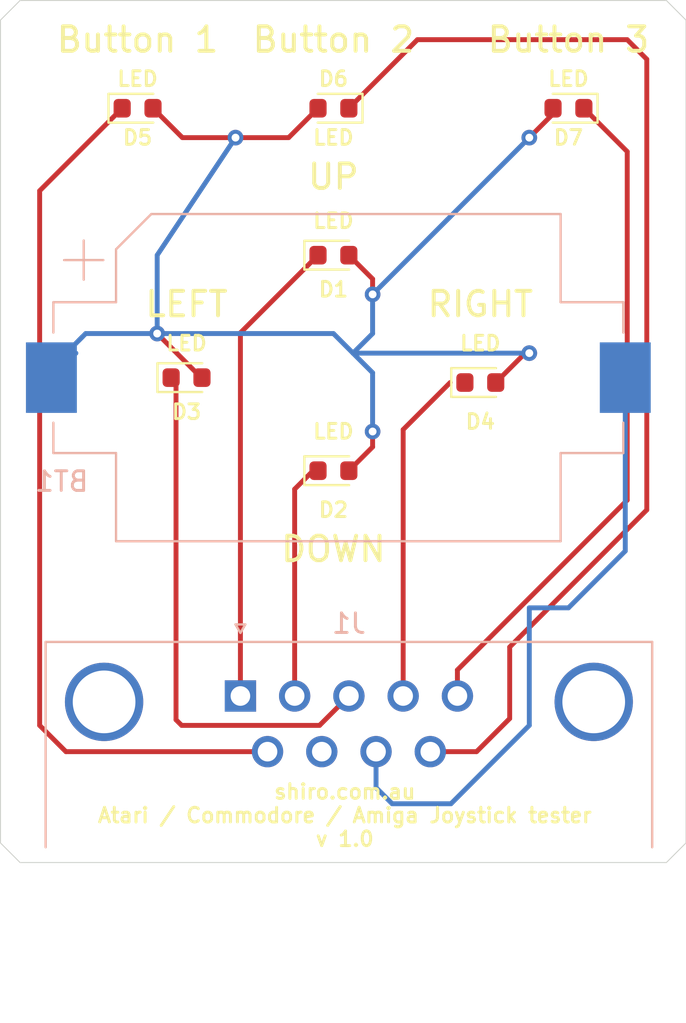
<source format=kicad_pcb>
(kicad_pcb (version 20171130) (host pcbnew "(5.1.4-0)")

  (general
    (thickness 1.6)
    (drawings 16)
    (tracks 71)
    (zones 0)
    (modules 9)
    (nets 11)
  )

  (page A4)
  (title_block
    (date 2019-12-02)
    (rev 0.1)
    (company "Shiro Cyber")
  )

  (layers
    (0 F.Cu signal)
    (31 B.Cu signal)
    (32 B.Adhes user)
    (33 F.Adhes user)
    (34 B.Paste user)
    (35 F.Paste user)
    (36 B.SilkS user)
    (37 F.SilkS user)
    (38 B.Mask user)
    (39 F.Mask user)
    (40 Dwgs.User user)
    (41 Cmts.User user)
    (42 Eco1.User user)
    (43 Eco2.User user)
    (44 Edge.Cuts user)
    (45 Margin user)
    (46 B.CrtYd user)
    (47 F.CrtYd user)
    (48 B.Fab user)
    (49 F.Fab user)
  )

  (setup
    (last_trace_width 0.25)
    (trace_clearance 0.2)
    (zone_clearance 0.508)
    (zone_45_only no)
    (trace_min 0.2)
    (via_size 0.8)
    (via_drill 0.4)
    (via_min_size 0.4)
    (via_min_drill 0.3)
    (uvia_size 0.3)
    (uvia_drill 0.1)
    (uvias_allowed no)
    (uvia_min_size 0.2)
    (uvia_min_drill 0.1)
    (edge_width 0.05)
    (segment_width 0.2)
    (pcb_text_width 0.3)
    (pcb_text_size 1.5 1.5)
    (mod_edge_width 0.12)
    (mod_text_size 1 1)
    (mod_text_width 0.15)
    (pad_size 1.524 1.524)
    (pad_drill 0.762)
    (pad_to_mask_clearance 0.051)
    (solder_mask_min_width 0.25)
    (aux_axis_origin 0 0)
    (visible_elements 7FFFFFFF)
    (pcbplotparams
      (layerselection 0x010fc_ffffffff)
      (usegerberextensions false)
      (usegerberattributes false)
      (usegerberadvancedattributes false)
      (creategerberjobfile false)
      (excludeedgelayer true)
      (linewidth 0.100000)
      (plotframeref false)
      (viasonmask false)
      (mode 1)
      (useauxorigin false)
      (hpglpennumber 1)
      (hpglpenspeed 20)
      (hpglpendiameter 15.000000)
      (psnegative false)
      (psa4output false)
      (plotreference true)
      (plotvalue true)
      (plotinvisibletext false)
      (padsonsilk false)
      (subtractmaskfromsilk false)
      (outputformat 1)
      (mirror false)
      (drillshape 1)
      (scaleselection 1)
      (outputdirectory ""))
  )

  (net 0 "")
  (net 1 VCC+3v)
  (net 2 GND)
  (net 3 Up)
  (net 4 Down)
  (net 5 Left)
  (net 6 Right)
  (net 7 Button1)
  (net 8 Button2)
  (net 9 Button3)
  (net 10 VCC+5v)

  (net_class Default "This is the default net class."
    (clearance 0.2)
    (trace_width 0.25)
    (via_dia 0.8)
    (via_drill 0.4)
    (uvia_dia 0.3)
    (uvia_drill 0.1)
    (add_net Button1)
    (add_net Button2)
    (add_net Button3)
    (add_net Down)
    (add_net GND)
    (add_net Left)
    (add_net Right)
    (add_net Up)
    (add_net VCC+3v)
    (add_net VCC+5v)
  )

  (module Battery:BatteryHolder_Keystone_1060_1x2032 (layer B.Cu) (tedit 5B98EF5E) (tstamp 5DE71B3B)
    (at 145.25 71.25)
    (descr http://www.keyelco.com/product-pdf.cfm?p=726)
    (tags "CR2032 BR2032 BatteryHolder Battery")
    (path /5DE4AF7C)
    (attr smd)
    (fp_text reference BT1 (at -14.125 5.3) (layer B.SilkS)
      (effects (font (size 1 1) (thickness 0.15)) (justify mirror))
    )
    (fp_text value "Battery CR2032" (at 0 11.75) (layer B.Fab)
      (effects (font (size 1 1) (thickness 0.15)) (justify mirror))
    )
    (fp_line (start -12 -6) (end -14 -6) (layer B.SilkS) (width 0.12))
    (fp_line (start -13 -5) (end -13 -7) (layer B.SilkS) (width 0.12))
    (fp_text user %R (at 0 0) (layer B.Fab)
      (effects (font (size 1 1) (thickness 0.15)) (justify mirror))
    )
    (fp_line (start 11.5 8.5) (end 6.5 8.5) (layer B.CrtYd) (width 0.05))
    (fp_arc (start 0 0) (end 6.5 8.5) (angle 74.81070976) (layer B.CrtYd) (width 0.05))
    (fp_line (start 11.5 -4) (end 11.5 -8.5) (layer B.CrtYd) (width 0.05))
    (fp_line (start 14.7 -4) (end 11.5 -4) (layer B.CrtYd) (width 0.05))
    (fp_line (start 14.7 -2.3) (end 14.7 -4) (layer B.CrtYd) (width 0.05))
    (fp_line (start 16.45 -2.3) (end 14.7 -2.3) (layer B.CrtYd) (width 0.05))
    (fp_line (start 16.45 2.3) (end 16.45 -2.3) (layer B.CrtYd) (width 0.05))
    (fp_line (start 14.7 2.3) (end 16.45 2.3) (layer B.CrtYd) (width 0.05))
    (fp_line (start 14.7 4) (end 14.7 2.3) (layer B.CrtYd) (width 0.05))
    (fp_line (start 11.5 4) (end 14.7 4) (layer B.CrtYd) (width 0.05))
    (fp_line (start 11.5 8.5) (end 11.5 4) (layer B.CrtYd) (width 0.05))
    (fp_line (start -11.5 8.5) (end -6.5 8.5) (layer B.CrtYd) (width 0.05))
    (fp_line (start -11.5 4) (end -11.5 8.5) (layer B.CrtYd) (width 0.05))
    (fp_line (start -14.7 4) (end -11.5 4) (layer B.CrtYd) (width 0.05))
    (fp_line (start -14.7 2.3) (end -14.7 4) (layer B.CrtYd) (width 0.05))
    (fp_line (start -14.7 2.3) (end -16.45 2.3) (layer B.CrtYd) (width 0.05))
    (fp_line (start -16.45 -2.3) (end -16.45 2.3) (layer B.CrtYd) (width 0.05))
    (fp_line (start -14.7 -2.3) (end -16.45 -2.3) (layer B.CrtYd) (width 0.05))
    (fp_line (start -14.7 -4) (end -14.7 -2.3) (layer B.CrtYd) (width 0.05))
    (fp_line (start -14.7 -4) (end -11.5 -4) (layer B.CrtYd) (width 0.05))
    (fp_line (start -11.5 -4) (end -11.5 -8.5) (layer B.CrtYd) (width 0.05))
    (fp_line (start -6.5 -8.5) (end -11.5 -8.5) (layer B.CrtYd) (width 0.05))
    (fp_line (start 11.5 -8.5) (end 6.5 -8.5) (layer B.CrtYd) (width 0.05))
    (fp_arc (start 0 0) (end -6.5 -8.5) (angle 74.81070976) (layer B.CrtYd) (width 0.05))
    (fp_line (start 11.35 8.35) (end 11.35 3.85) (layer B.SilkS) (width 0.12))
    (fp_line (start -11.35 8.35) (end -11.35 3.85) (layer B.SilkS) (width 0.12))
    (fp_line (start -11.35 8.35) (end 11.35 8.35) (layer B.SilkS) (width 0.12))
    (fp_line (start 14.55 3.85) (end 14.55 2.3) (layer B.SilkS) (width 0.12))
    (fp_line (start 11.35 3.85) (end 14.55 3.85) (layer B.SilkS) (width 0.12))
    (fp_line (start -14.55 3.85) (end -14.55 2.3) (layer B.SilkS) (width 0.12))
    (fp_line (start -11.35 3.85) (end -14.55 3.85) (layer B.SilkS) (width 0.12))
    (fp_line (start -14.55 -3.85) (end -14.55 -2.3) (layer B.SilkS) (width 0.12))
    (fp_line (start -11.35 -3.85) (end -14.55 -3.85) (layer B.SilkS) (width 0.12))
    (fp_line (start -9.55 -8.35) (end -11.35 -6.55) (layer B.SilkS) (width 0.12))
    (fp_line (start -11.35 -6.55) (end -11.35 -3.85) (layer B.SilkS) (width 0.12))
    (fp_line (start 11.35 -8.35) (end -9.55 -8.35) (layer B.SilkS) (width 0.12))
    (fp_line (start 11.35 -8.35) (end 11.35 -3.85) (layer B.SilkS) (width 0.12))
    (fp_line (start 14.55 -3.85) (end 14.55 -2.3) (layer B.SilkS) (width 0.12))
    (fp_line (start 11.35 -3.85) (end 14.55 -3.85) (layer B.SilkS) (width 0.12))
    (fp_line (start -9.4 -8) (end -11 -6.4) (layer B.Fab) (width 0.1))
    (fp_line (start 14.2 3.5) (end 11 3.5) (layer B.Fab) (width 0.1))
    (fp_line (start 14.2 -3.5) (end 14.2 3.5) (layer B.Fab) (width 0.1))
    (fp_line (start 11 -3.5) (end 14.2 -3.5) (layer B.Fab) (width 0.1))
    (fp_line (start -14.2 3.5) (end -11 3.5) (layer B.Fab) (width 0.1))
    (fp_line (start -14.2 -3.5) (end -14.2 3.5) (layer B.Fab) (width 0.1))
    (fp_line (start -11 -3.5) (end -14.2 -3.5) (layer B.Fab) (width 0.1))
    (fp_line (start -11 -6.4) (end -11 -3.5) (layer B.Fab) (width 0.1))
    (fp_line (start -11 8) (end -11 3.5) (layer B.Fab) (width 0.1))
    (fp_line (start 11 8) (end 11 3.5) (layer B.Fab) (width 0.1))
    (fp_line (start 11 -8) (end 11 -3.5) (layer B.Fab) (width 0.1))
    (fp_line (start 11 8) (end -11 8) (layer B.Fab) (width 0.1))
    (fp_line (start 11 -8) (end -9.4 -8) (layer B.Fab) (width 0.1))
    (fp_circle (center 0 0) (end -10.2 0) (layer Dwgs.User) (width 0.3))
    (pad 1 smd rect (at -14.65 0 180) (size 2.6 3.6) (layers B.Cu B.Paste B.Mask)
      (net 1 VCC+3v))
    (pad 2 smd rect (at 14.65 0 180) (size 2.6 3.6) (layers B.Cu B.Paste B.Mask)
      (net 2 GND))
    (model ${KISYS3DMOD}/Battery.3dshapes/BatteryHolder_Keystone_1060_1x2032.wrl
      (at (xyz 0 0 0))
      (scale (xyz 1 1 1))
      (rotate (xyz 0 0 0))
    )
  )

  (module Connector_Dsub:DSUB-9_Female_Horizontal_P2.77x2.84mm_EdgePinOffset4.94mm_Housed_MountingHolesOffset7.48mm (layer B.Cu) (tedit 59FEDEE2) (tstamp 5DE7306F)
    (at 140.25 87.5 180)
    (descr "9-pin D-Sub connector, horizontal/angled (90 deg), THT-mount, female, pitch 2.77x2.84mm, pin-PCB-offset 4.9399999999999995mm, distance of mounting holes 25mm, distance of mounting holes to PCB edge 7.4799999999999995mm, see https://disti-assets.s3.amazonaws.com/tonar/files/datasheets/16730.pdf")
    (tags "9-pin D-Sub connector horizontal angled 90deg THT female pitch 2.77x2.84mm pin-PCB-offset 4.9399999999999995mm mounting-holes-distance 25mm mounting-hole-offset 25mm")
    (path /5DE47129)
    (fp_text reference J1 (at -5.54 3.7) (layer B.SilkS)
      (effects (font (size 1 1) (thickness 0.15)) (justify mirror))
    )
    (fp_text value DB9_Female (at -5.54 -15.85) (layer B.Fab)
      (effects (font (size 1 1) (thickness 0.15)) (justify mirror))
    )
    (fp_text user %R (at -5.54 -11.265) (layer B.Fab)
      (effects (font (size 1 1) (thickness 0.15)) (justify mirror))
    )
    (fp_line (start 10.4 3.25) (end -21.5 3.25) (layer B.CrtYd) (width 0.05))
    (fp_line (start 10.4 -14.85) (end 10.4 3.25) (layer B.CrtYd) (width 0.05))
    (fp_line (start -21.5 -14.85) (end 10.4 -14.85) (layer B.CrtYd) (width 0.05))
    (fp_line (start -21.5 3.25) (end -21.5 -14.85) (layer B.CrtYd) (width 0.05))
    (fp_line (start 0 3.221325) (end -0.25 3.654338) (layer B.SilkS) (width 0.12))
    (fp_line (start 0.25 3.654338) (end 0 3.221325) (layer B.SilkS) (width 0.12))
    (fp_line (start -0.25 3.654338) (end 0.25 3.654338) (layer B.SilkS) (width 0.12))
    (fp_line (start 9.945 2.76) (end 9.945 -7.72) (layer B.SilkS) (width 0.12))
    (fp_line (start -21.025 2.76) (end 9.945 2.76) (layer B.SilkS) (width 0.12))
    (fp_line (start -21.025 -7.72) (end -21.025 2.76) (layer B.SilkS) (width 0.12))
    (fp_line (start 8.56 -7.78) (end 8.56 -0.3) (layer B.Fab) (width 0.1))
    (fp_line (start 5.36 -7.78) (end 5.36 -0.3) (layer B.Fab) (width 0.1))
    (fp_line (start -16.44 -7.78) (end -16.44 -0.3) (layer B.Fab) (width 0.1))
    (fp_line (start -19.64 -7.78) (end -19.64 -0.3) (layer B.Fab) (width 0.1))
    (fp_line (start 9.46 -8.18) (end 4.46 -8.18) (layer B.Fab) (width 0.1))
    (fp_line (start 9.46 -13.18) (end 9.46 -8.18) (layer B.Fab) (width 0.1))
    (fp_line (start 4.46 -13.18) (end 9.46 -13.18) (layer B.Fab) (width 0.1))
    (fp_line (start 4.46 -8.18) (end 4.46 -13.18) (layer B.Fab) (width 0.1))
    (fp_line (start -15.54 -8.18) (end -20.54 -8.18) (layer B.Fab) (width 0.1))
    (fp_line (start -15.54 -13.18) (end -15.54 -8.18) (layer B.Fab) (width 0.1))
    (fp_line (start -20.54 -13.18) (end -15.54 -13.18) (layer B.Fab) (width 0.1))
    (fp_line (start -20.54 -8.18) (end -20.54 -13.18) (layer B.Fab) (width 0.1))
    (fp_line (start 2.61 -8.18) (end -13.69 -8.18) (layer B.Fab) (width 0.1))
    (fp_line (start 2.61 -14.35) (end 2.61 -8.18) (layer B.Fab) (width 0.1))
    (fp_line (start -13.69 -14.35) (end 2.61 -14.35) (layer B.Fab) (width 0.1))
    (fp_line (start -13.69 -8.18) (end -13.69 -14.35) (layer B.Fab) (width 0.1))
    (fp_line (start 9.885 -7.78) (end -20.965 -7.78) (layer B.Fab) (width 0.1))
    (fp_line (start 9.885 -8.18) (end 9.885 -7.78) (layer B.Fab) (width 0.1))
    (fp_line (start -20.965 -8.18) (end 9.885 -8.18) (layer B.Fab) (width 0.1))
    (fp_line (start -20.965 -7.78) (end -20.965 -8.18) (layer B.Fab) (width 0.1))
    (fp_line (start 9.885 2.7) (end -20.965 2.7) (layer B.Fab) (width 0.1))
    (fp_line (start 9.885 -7.78) (end 9.885 2.7) (layer B.Fab) (width 0.1))
    (fp_line (start -20.965 -7.78) (end 9.885 -7.78) (layer B.Fab) (width 0.1))
    (fp_line (start -20.965 2.7) (end -20.965 -7.78) (layer B.Fab) (width 0.1))
    (fp_arc (start 6.96 -0.3) (end 5.36 -0.3) (angle -180) (layer B.Fab) (width 0.1))
    (fp_arc (start -18.04 -0.3) (end -19.64 -0.3) (angle -180) (layer B.Fab) (width 0.1))
    (pad 0 thru_hole circle (at 6.96 -0.3 180) (size 4 4) (drill 3.2) (layers *.Cu *.Mask))
    (pad 0 thru_hole circle (at -18.04 -0.3 180) (size 4 4) (drill 3.2) (layers *.Cu *.Mask))
    (pad 9 thru_hole circle (at -9.695 -2.84 180) (size 1.6 1.6) (drill 1) (layers *.Cu *.Mask)
      (net 8 Button2))
    (pad 8 thru_hole circle (at -6.925 -2.84 180) (size 1.6 1.6) (drill 1) (layers *.Cu *.Mask)
      (net 2 GND))
    (pad 7 thru_hole circle (at -4.155 -2.84 180) (size 1.6 1.6) (drill 1) (layers *.Cu *.Mask)
      (net 10 VCC+5v))
    (pad 6 thru_hole circle (at -1.385 -2.84 180) (size 1.6 1.6) (drill 1) (layers *.Cu *.Mask)
      (net 7 Button1))
    (pad 5 thru_hole circle (at -11.08 0 180) (size 1.6 1.6) (drill 1) (layers *.Cu *.Mask)
      (net 9 Button3))
    (pad 4 thru_hole circle (at -8.31 0 180) (size 1.6 1.6) (drill 1) (layers *.Cu *.Mask)
      (net 6 Right))
    (pad 3 thru_hole circle (at -5.54 0 180) (size 1.6 1.6) (drill 1) (layers *.Cu *.Mask)
      (net 5 Left))
    (pad 2 thru_hole circle (at -2.77 0 180) (size 1.6 1.6) (drill 1) (layers *.Cu *.Mask)
      (net 4 Down))
    (pad 1 thru_hole rect (at 0 0 180) (size 1.6 1.6) (drill 1) (layers *.Cu *.Mask)
      (net 3 Up))
    (model ${KISYS3DMOD}/Connector_Dsub.3dshapes/DSUB-9_Female_Horizontal_P2.77x2.84mm_EdgePinOffset4.94mm_Housed_MountingHolesOffset7.48mm.wrl
      (at (xyz 0 0 0))
      (scale (xyz 1 1 1))
      (rotate (xyz 0 0 0))
    )
  )

  (module LED_SMD:LED_0603_1608Metric (layer F.Cu) (tedit 5B301BBE) (tstamp 5DE71BC0)
    (at 157 57.5 180)
    (descr "LED SMD 0603 (1608 Metric), square (rectangular) end terminal, IPC_7351 nominal, (Body size source: http://www.tortai-tech.com/upload/download/2011102023233369053.pdf), generated with kicad-footprint-generator")
    (tags diode)
    (path /5DE51C18)
    (attr smd)
    (fp_text reference D7 (at 0 -1.5) (layer F.SilkS)
      (effects (font (size 0.75 0.75) (thickness 0.15)))
    )
    (fp_text value LED (at 0 1.5) (layer F.SilkS)
      (effects (font (size 0.75 0.75) (thickness 0.15)))
    )
    (fp_text user %R (at 0 0) (layer F.Fab)
      (effects (font (size 0.4 0.4) (thickness 0.06)))
    )
    (fp_line (start 1.48 0.73) (end -1.48 0.73) (layer F.CrtYd) (width 0.05))
    (fp_line (start 1.48 -0.73) (end 1.48 0.73) (layer F.CrtYd) (width 0.05))
    (fp_line (start -1.48 -0.73) (end 1.48 -0.73) (layer F.CrtYd) (width 0.05))
    (fp_line (start -1.48 0.73) (end -1.48 -0.73) (layer F.CrtYd) (width 0.05))
    (fp_line (start -1.485 0.735) (end 0.8 0.735) (layer F.SilkS) (width 0.12))
    (fp_line (start -1.485 -0.735) (end -1.485 0.735) (layer F.SilkS) (width 0.12))
    (fp_line (start 0.8 -0.735) (end -1.485 -0.735) (layer F.SilkS) (width 0.12))
    (fp_line (start 0.8 0.4) (end 0.8 -0.4) (layer F.Fab) (width 0.1))
    (fp_line (start -0.8 0.4) (end 0.8 0.4) (layer F.Fab) (width 0.1))
    (fp_line (start -0.8 -0.1) (end -0.8 0.4) (layer F.Fab) (width 0.1))
    (fp_line (start -0.5 -0.4) (end -0.8 -0.1) (layer F.Fab) (width 0.1))
    (fp_line (start 0.8 -0.4) (end -0.5 -0.4) (layer F.Fab) (width 0.1))
    (pad 2 smd roundrect (at 0.7875 0 180) (size 0.875 0.95) (layers F.Cu F.Paste F.Mask) (roundrect_rratio 0.25)
      (net 1 VCC+3v))
    (pad 1 smd roundrect (at -0.7875 0 180) (size 0.875 0.95) (layers F.Cu F.Paste F.Mask) (roundrect_rratio 0.25)
      (net 9 Button3))
    (model ${KISYS3DMOD}/LED_SMD.3dshapes/LED_0603_1608Metric.wrl
      (at (xyz 0 0 0))
      (scale (xyz 1 1 1))
      (rotate (xyz 0 0 0))
    )
  )

  (module LED_SMD:LED_0603_1608Metric (layer F.Cu) (tedit 5B301BBE) (tstamp 5DE724D7)
    (at 145 57.5 180)
    (descr "LED SMD 0603 (1608 Metric), square (rectangular) end terminal, IPC_7351 nominal, (Body size source: http://www.tortai-tech.com/upload/download/2011102023233369053.pdf), generated with kicad-footprint-generator")
    (tags diode)
    (path /5DE51746)
    (attr smd)
    (fp_text reference D6 (at 0 1.5) (layer F.SilkS)
      (effects (font (size 0.75 0.75) (thickness 0.15)))
    )
    (fp_text value LED (at 0 -1.5) (layer F.SilkS)
      (effects (font (size 0.75 0.75) (thickness 0.15)))
    )
    (fp_text user %R (at 0 0) (layer F.Fab)
      (effects (font (size 0.4 0.4) (thickness 0.06)))
    )
    (fp_line (start 1.48 0.73) (end -1.48 0.73) (layer F.CrtYd) (width 0.05))
    (fp_line (start 1.48 -0.73) (end 1.48 0.73) (layer F.CrtYd) (width 0.05))
    (fp_line (start -1.48 -0.73) (end 1.48 -0.73) (layer F.CrtYd) (width 0.05))
    (fp_line (start -1.48 0.73) (end -1.48 -0.73) (layer F.CrtYd) (width 0.05))
    (fp_line (start -1.485 0.735) (end 0.8 0.735) (layer F.SilkS) (width 0.12))
    (fp_line (start -1.485 -0.735) (end -1.485 0.735) (layer F.SilkS) (width 0.12))
    (fp_line (start 0.8 -0.735) (end -1.485 -0.735) (layer F.SilkS) (width 0.12))
    (fp_line (start 0.8 0.4) (end 0.8 -0.4) (layer F.Fab) (width 0.1))
    (fp_line (start -0.8 0.4) (end 0.8 0.4) (layer F.Fab) (width 0.1))
    (fp_line (start -0.8 -0.1) (end -0.8 0.4) (layer F.Fab) (width 0.1))
    (fp_line (start -0.5 -0.4) (end -0.8 -0.1) (layer F.Fab) (width 0.1))
    (fp_line (start 0.8 -0.4) (end -0.5 -0.4) (layer F.Fab) (width 0.1))
    (pad 2 smd roundrect (at 0.7875 0 180) (size 0.875 0.95) (layers F.Cu F.Paste F.Mask) (roundrect_rratio 0.25)
      (net 1 VCC+3v))
    (pad 1 smd roundrect (at -0.7875 0 180) (size 0.875 0.95) (layers F.Cu F.Paste F.Mask) (roundrect_rratio 0.25)
      (net 8 Button2))
    (model ${KISYS3DMOD}/LED_SMD.3dshapes/LED_0603_1608Metric.wrl
      (at (xyz 0 0 0))
      (scale (xyz 1 1 1))
      (rotate (xyz 0 0 0))
    )
  )

  (module LED_SMD:LED_0603_1608Metric (layer F.Cu) (tedit 5B301BBE) (tstamp 5DE71B9A)
    (at 135 57.5)
    (descr "LED SMD 0603 (1608 Metric), square (rectangular) end terminal, IPC_7351 nominal, (Body size source: http://www.tortai-tech.com/upload/download/2011102023233369053.pdf), generated with kicad-footprint-generator")
    (tags diode)
    (path /5DE512EA)
    (attr smd)
    (fp_text reference D5 (at 0 1.5) (layer F.SilkS)
      (effects (font (size 0.75 0.75) (thickness 0.15)))
    )
    (fp_text value LED (at 0 -1.5) (layer F.SilkS)
      (effects (font (size 0.75 0.75) (thickness 0.15)))
    )
    (fp_text user %R (at 0 0) (layer F.Fab)
      (effects (font (size 0.4 0.4) (thickness 0.06)))
    )
    (fp_line (start 1.48 0.73) (end -1.48 0.73) (layer F.CrtYd) (width 0.05))
    (fp_line (start 1.48 -0.73) (end 1.48 0.73) (layer F.CrtYd) (width 0.05))
    (fp_line (start -1.48 -0.73) (end 1.48 -0.73) (layer F.CrtYd) (width 0.05))
    (fp_line (start -1.48 0.73) (end -1.48 -0.73) (layer F.CrtYd) (width 0.05))
    (fp_line (start -1.485 0.735) (end 0.8 0.735) (layer F.SilkS) (width 0.12))
    (fp_line (start -1.485 -0.735) (end -1.485 0.735) (layer F.SilkS) (width 0.12))
    (fp_line (start 0.8 -0.735) (end -1.485 -0.735) (layer F.SilkS) (width 0.12))
    (fp_line (start 0.8 0.4) (end 0.8 -0.4) (layer F.Fab) (width 0.1))
    (fp_line (start -0.8 0.4) (end 0.8 0.4) (layer F.Fab) (width 0.1))
    (fp_line (start -0.8 -0.1) (end -0.8 0.4) (layer F.Fab) (width 0.1))
    (fp_line (start -0.5 -0.4) (end -0.8 -0.1) (layer F.Fab) (width 0.1))
    (fp_line (start 0.8 -0.4) (end -0.5 -0.4) (layer F.Fab) (width 0.1))
    (pad 2 smd roundrect (at 0.7875 0) (size 0.875 0.95) (layers F.Cu F.Paste F.Mask) (roundrect_rratio 0.25)
      (net 1 VCC+3v))
    (pad 1 smd roundrect (at -0.7875 0) (size 0.875 0.95) (layers F.Cu F.Paste F.Mask) (roundrect_rratio 0.25)
      (net 7 Button1))
    (model ${KISYS3DMOD}/LED_SMD.3dshapes/LED_0603_1608Metric.wrl
      (at (xyz 0 0 0))
      (scale (xyz 1 1 1))
      (rotate (xyz 0 0 0))
    )
  )

  (module LED_SMD:LED_0603_1608Metric (layer F.Cu) (tedit 5B301BBE) (tstamp 5DE71B87)
    (at 152.5 71.5)
    (descr "LED SMD 0603 (1608 Metric), square (rectangular) end terminal, IPC_7351 nominal, (Body size source: http://www.tortai-tech.com/upload/download/2011102023233369053.pdf), generated with kicad-footprint-generator")
    (tags diode)
    (path /5DE502AC)
    (attr smd)
    (fp_text reference D4 (at 0 2) (layer F.SilkS)
      (effects (font (size 0.75 0.75) (thickness 0.15)))
    )
    (fp_text value LED (at 0 -2) (layer F.SilkS)
      (effects (font (size 0.75 0.75) (thickness 0.15)))
    )
    (fp_text user %R (at 0 0) (layer F.Fab)
      (effects (font (size 0.4 0.4) (thickness 0.06)))
    )
    (fp_line (start 1.48 0.73) (end -1.48 0.73) (layer F.CrtYd) (width 0.05))
    (fp_line (start 1.48 -0.73) (end 1.48 0.73) (layer F.CrtYd) (width 0.05))
    (fp_line (start -1.48 -0.73) (end 1.48 -0.73) (layer F.CrtYd) (width 0.05))
    (fp_line (start -1.48 0.73) (end -1.48 -0.73) (layer F.CrtYd) (width 0.05))
    (fp_line (start -1.485 0.735) (end 0.8 0.735) (layer F.SilkS) (width 0.12))
    (fp_line (start -1.485 -0.735) (end -1.485 0.735) (layer F.SilkS) (width 0.12))
    (fp_line (start 0.8 -0.735) (end -1.485 -0.735) (layer F.SilkS) (width 0.12))
    (fp_line (start 0.8 0.4) (end 0.8 -0.4) (layer F.Fab) (width 0.1))
    (fp_line (start -0.8 0.4) (end 0.8 0.4) (layer F.Fab) (width 0.1))
    (fp_line (start -0.8 -0.1) (end -0.8 0.4) (layer F.Fab) (width 0.1))
    (fp_line (start -0.5 -0.4) (end -0.8 -0.1) (layer F.Fab) (width 0.1))
    (fp_line (start 0.8 -0.4) (end -0.5 -0.4) (layer F.Fab) (width 0.1))
    (pad 2 smd roundrect (at 0.7875 0) (size 0.875 0.95) (layers F.Cu F.Paste F.Mask) (roundrect_rratio 0.25)
      (net 1 VCC+3v))
    (pad 1 smd roundrect (at -0.7875 0) (size 0.875 0.95) (layers F.Cu F.Paste F.Mask) (roundrect_rratio 0.25)
      (net 6 Right))
    (model ${KISYS3DMOD}/LED_SMD.3dshapes/LED_0603_1608Metric.wrl
      (at (xyz 0 0 0))
      (scale (xyz 1 1 1))
      (rotate (xyz 0 0 0))
    )
  )

  (module LED_SMD:LED_0603_1608Metric (layer F.Cu) (tedit 5B301BBE) (tstamp 5DE71B74)
    (at 137.5 71.25)
    (descr "LED SMD 0603 (1608 Metric), square (rectangular) end terminal, IPC_7351 nominal, (Body size source: http://www.tortai-tech.com/upload/download/2011102023233369053.pdf), generated with kicad-footprint-generator")
    (tags diode)
    (path /5DE4F095)
    (attr smd)
    (fp_text reference D3 (at 0 1.75) (layer F.SilkS)
      (effects (font (size 0.75 0.75) (thickness 0.15)))
    )
    (fp_text value LED (at 0 -1.75) (layer F.SilkS)
      (effects (font (size 0.75 0.75) (thickness 0.15)))
    )
    (fp_text user %R (at 0 0) (layer F.Fab)
      (effects (font (size 0.4 0.4) (thickness 0.06)))
    )
    (fp_line (start 1.48 0.73) (end -1.48 0.73) (layer F.CrtYd) (width 0.05))
    (fp_line (start 1.48 -0.73) (end 1.48 0.73) (layer F.CrtYd) (width 0.05))
    (fp_line (start -1.48 -0.73) (end 1.48 -0.73) (layer F.CrtYd) (width 0.05))
    (fp_line (start -1.48 0.73) (end -1.48 -0.73) (layer F.CrtYd) (width 0.05))
    (fp_line (start -1.485 0.735) (end 0.8 0.735) (layer F.SilkS) (width 0.12))
    (fp_line (start -1.485 -0.735) (end -1.485 0.735) (layer F.SilkS) (width 0.12))
    (fp_line (start 0.8 -0.735) (end -1.485 -0.735) (layer F.SilkS) (width 0.12))
    (fp_line (start 0.8 0.4) (end 0.8 -0.4) (layer F.Fab) (width 0.1))
    (fp_line (start -0.8 0.4) (end 0.8 0.4) (layer F.Fab) (width 0.1))
    (fp_line (start -0.8 -0.1) (end -0.8 0.4) (layer F.Fab) (width 0.1))
    (fp_line (start -0.5 -0.4) (end -0.8 -0.1) (layer F.Fab) (width 0.1))
    (fp_line (start 0.8 -0.4) (end -0.5 -0.4) (layer F.Fab) (width 0.1))
    (pad 2 smd roundrect (at 0.7875 0) (size 0.875 0.95) (layers F.Cu F.Paste F.Mask) (roundrect_rratio 0.25)
      (net 1 VCC+3v))
    (pad 1 smd roundrect (at -0.7875 0) (size 0.875 0.95) (layers F.Cu F.Paste F.Mask) (roundrect_rratio 0.25)
      (net 5 Left))
    (model ${KISYS3DMOD}/LED_SMD.3dshapes/LED_0603_1608Metric.wrl
      (at (xyz 0 0 0))
      (scale (xyz 1 1 1))
      (rotate (xyz 0 0 0))
    )
  )

  (module LED_SMD:LED_0603_1608Metric (layer F.Cu) (tedit 5B301BBE) (tstamp 5DE72B25)
    (at 145 76)
    (descr "LED SMD 0603 (1608 Metric), square (rectangular) end terminal, IPC_7351 nominal, (Body size source: http://www.tortai-tech.com/upload/download/2011102023233369053.pdf), generated with kicad-footprint-generator")
    (tags diode)
    (path /5DE4EA6C)
    (attr smd)
    (fp_text reference D2 (at 0 2) (layer F.SilkS)
      (effects (font (size 0.75 0.75) (thickness 0.15)))
    )
    (fp_text value LED (at 0 -2) (layer F.SilkS)
      (effects (font (size 0.75 0.75) (thickness 0.15)))
    )
    (fp_text user %R (at 0 0) (layer F.Fab)
      (effects (font (size 0.4 0.4) (thickness 0.06)))
    )
    (fp_line (start 1.48 0.73) (end -1.48 0.73) (layer F.CrtYd) (width 0.05))
    (fp_line (start 1.48 -0.73) (end 1.48 0.73) (layer F.CrtYd) (width 0.05))
    (fp_line (start -1.48 -0.73) (end 1.48 -0.73) (layer F.CrtYd) (width 0.05))
    (fp_line (start -1.48 0.73) (end -1.48 -0.73) (layer F.CrtYd) (width 0.05))
    (fp_line (start -1.485 0.735) (end 0.8 0.735) (layer F.SilkS) (width 0.12))
    (fp_line (start -1.485 -0.735) (end -1.485 0.735) (layer F.SilkS) (width 0.12))
    (fp_line (start 0.8 -0.735) (end -1.485 -0.735) (layer F.SilkS) (width 0.12))
    (fp_line (start 0.8 0.4) (end 0.8 -0.4) (layer F.Fab) (width 0.1))
    (fp_line (start -0.8 0.4) (end 0.8 0.4) (layer F.Fab) (width 0.1))
    (fp_line (start -0.8 -0.1) (end -0.8 0.4) (layer F.Fab) (width 0.1))
    (fp_line (start -0.5 -0.4) (end -0.8 -0.1) (layer F.Fab) (width 0.1))
    (fp_line (start 0.8 -0.4) (end -0.5 -0.4) (layer F.Fab) (width 0.1))
    (pad 2 smd roundrect (at 0.7875 0) (size 0.875 0.95) (layers F.Cu F.Paste F.Mask) (roundrect_rratio 0.25)
      (net 1 VCC+3v))
    (pad 1 smd roundrect (at -0.7875 0) (size 0.875 0.95) (layers F.Cu F.Paste F.Mask) (roundrect_rratio 0.25)
      (net 4 Down))
    (model ${KISYS3DMOD}/LED_SMD.3dshapes/LED_0603_1608Metric.wrl
      (at (xyz 0 0 0))
      (scale (xyz 1 1 1))
      (rotate (xyz 0 0 0))
    )
  )

  (module LED_SMD:LED_0603_1608Metric (layer F.Cu) (tedit 5B301BBE) (tstamp 5DE71B4E)
    (at 145 65)
    (descr "LED SMD 0603 (1608 Metric), square (rectangular) end terminal, IPC_7351 nominal, (Body size source: http://www.tortai-tech.com/upload/download/2011102023233369053.pdf), generated with kicad-footprint-generator")
    (tags diode)
    (path /5DE485B8)
    (attr smd)
    (fp_text reference D1 (at 0 1.75) (layer F.SilkS)
      (effects (font (size 0.75 0.75) (thickness 0.15)))
    )
    (fp_text value LED (at 0 -1.75) (layer F.SilkS)
      (effects (font (size 0.75 0.75) (thickness 0.15)))
    )
    (fp_text user %R (at 0 0) (layer F.Fab)
      (effects (font (size 0.4 0.4) (thickness 0.06)))
    )
    (fp_line (start 1.48 0.73) (end -1.48 0.73) (layer F.CrtYd) (width 0.05))
    (fp_line (start 1.48 -0.73) (end 1.48 0.73) (layer F.CrtYd) (width 0.05))
    (fp_line (start -1.48 -0.73) (end 1.48 -0.73) (layer F.CrtYd) (width 0.05))
    (fp_line (start -1.48 0.73) (end -1.48 -0.73) (layer F.CrtYd) (width 0.05))
    (fp_line (start -1.485 0.735) (end 0.8 0.735) (layer F.SilkS) (width 0.12))
    (fp_line (start -1.485 -0.735) (end -1.485 0.735) (layer F.SilkS) (width 0.12))
    (fp_line (start 0.8 -0.735) (end -1.485 -0.735) (layer F.SilkS) (width 0.12))
    (fp_line (start 0.8 0.4) (end 0.8 -0.4) (layer F.Fab) (width 0.1))
    (fp_line (start -0.8 0.4) (end 0.8 0.4) (layer F.Fab) (width 0.1))
    (fp_line (start -0.8 -0.1) (end -0.8 0.4) (layer F.Fab) (width 0.1))
    (fp_line (start -0.5 -0.4) (end -0.8 -0.1) (layer F.Fab) (width 0.1))
    (fp_line (start 0.8 -0.4) (end -0.5 -0.4) (layer F.Fab) (width 0.1))
    (pad 2 smd roundrect (at 0.7875 0) (size 0.875 0.95) (layers F.Cu F.Paste F.Mask) (roundrect_rratio 0.25)
      (net 1 VCC+3v))
    (pad 1 smd roundrect (at -0.7875 0) (size 0.875 0.95) (layers F.Cu F.Paste F.Mask) (roundrect_rratio 0.25)
      (net 3 Up))
    (model ${KISYS3DMOD}/LED_SMD.3dshapes/LED_0603_1608Metric.wrl
      (at (xyz 0 0 0))
      (scale (xyz 1 1 1))
      (rotate (xyz 0 0 0))
    )
  )

  (gr_line (start 163 95) (end 162 96) (layer Edge.Cuts) (width 0.05) (tstamp 5DE729A3))
  (gr_line (start 129 96) (end 128 95) (layer Edge.Cuts) (width 0.05) (tstamp 5DE7298C))
  (gr_line (start 129 52) (end 128 53) (layer Edge.Cuts) (width 0.05) (tstamp 5DE72986))
  (gr_text DOWN (at 145 80) (layer F.SilkS) (tstamp 5DE727B9)
    (effects (font (size 1.25 1.25) (thickness 0.2)))
  )
  (gr_text RIGHT (at 152.5 67.5) (layer F.SilkS) (tstamp 5DE727B6)
    (effects (font (size 1.25 1.25) (thickness 0.2)))
  )
  (gr_text LEFT (at 137.5 67.5) (layer F.SilkS) (tstamp 5DE72774)
    (effects (font (size 1.25 1.25) (thickness 0.2)))
  )
  (gr_text UP (at 145 61) (layer F.SilkS) (tstamp 5DE726E0)
    (effects (font (size 1.25 1.25) (thickness 0.2)))
  )
  (gr_text "Button 3" (at 157 54) (layer F.SilkS) (tstamp 5DE7253F)
    (effects (font (size 1.25 1.25) (thickness 0.2)))
  )
  (gr_text "Button 2" (at 145 54) (layer F.SilkS) (tstamp 5DE7253C)
    (effects (font (size 1.25 1.25) (thickness 0.2)))
  )
  (gr_text "Button 1" (at 135 54) (layer F.SilkS)
    (effects (font (size 1.25 1.25) (thickness 0.2)))
  )
  (gr_line (start 163 53) (end 162 52) (layer Edge.Cuts) (width 0.05) (tstamp 5DE71F07))
  (gr_text "shiro.com.au\nAtari / Commodore / Amiga Joystick tester\nv 1.0" (at 145.58 93.59) (layer F.SilkS)
    (effects (font (size 0.75 0.75) (thickness 0.15)))
  )
  (gr_line (start 162 52) (end 129 52) (layer Edge.Cuts) (width 0.05))
  (gr_line (start 163 53) (end 163 95) (layer Edge.Cuts) (width 0.05) (tstamp 5DE710C3))
  (gr_line (start 128 95) (end 128 53) (layer Edge.Cuts) (width 0.05))
  (gr_line (start 162 96) (end 129 96) (layer Edge.Cuts) (width 0.05))

  (via (at 147 67) (size 0.8) (drill 0.4) (layers F.Cu B.Cu) (net 1))
  (via (at 147 74) (size 0.8) (drill 0.4) (layers F.Cu B.Cu) (net 1))
  (via (at 140 59) (size 0.8) (drill 0.4) (layers F.Cu B.Cu) (net 1))
  (via (at 155 70) (size 0.8) (drill 0.4) (layers F.Cu B.Cu) (net 1))
  (segment (start 131.85 70) (end 130.6 71.25) (width 0.25) (layer B.Cu) (net 1))
  (via (at 136 69) (size 0.8) (drill 0.4) (layers F.Cu B.Cu) (net 1))
  (segment (start 147 67) (end 147 69) (width 0.25) (layer B.Cu) (net 1))
  (segment (start 147 69) (end 146 70) (width 0.25) (layer B.Cu) (net 1))
  (segment (start 155 70) (end 146 70) (width 0.25) (layer B.Cu) (net 1))
  (segment (start 147 74) (end 147 71) (width 0.25) (layer B.Cu) (net 1))
  (segment (start 147 71) (end 146 70) (width 0.25) (layer B.Cu) (net 1))
  (segment (start 136 69) (end 132.35 69) (width 0.25) (layer B.Cu) (net 1))
  (segment (start 130.6 70.75) (end 130.6 71.25) (width 0.25) (layer B.Cu) (net 1))
  (segment (start 132.175 69.175) (end 130.6 70.75) (width 0.25) (layer B.Cu) (net 1))
  (segment (start 132.35 69) (end 132.175 69.175) (width 0.25) (layer B.Cu) (net 1))
  (segment (start 132.175 69.175) (end 132 69.35) (width 0.25) (layer B.Cu) (net 1))
  (segment (start 145 69) (end 146 70) (width 0.25) (layer B.Cu) (net 1))
  (segment (start 136 69) (end 145 69) (width 0.25) (layer B.Cu) (net 1))
  (segment (start 138.25 71.25) (end 138.2875 71.25) (width 0.25) (layer F.Cu) (net 1))
  (segment (start 136 69) (end 138.25 71.25) (width 0.25) (layer F.Cu) (net 1))
  (segment (start 147 66.2125) (end 145.7875 65) (width 0.25) (layer F.Cu) (net 1))
  (segment (start 147 67) (end 147 66.2125) (width 0.25) (layer F.Cu) (net 1))
  (segment (start 147 74.7875) (end 145.7875 76) (width 0.25) (layer F.Cu) (net 1))
  (segment (start 147 74) (end 147 74.7875) (width 0.25) (layer F.Cu) (net 1))
  (segment (start 154.7875 70) (end 153.2875 71.5) (width 0.25) (layer F.Cu) (net 1))
  (segment (start 155 70) (end 154.7875 70) (width 0.25) (layer F.Cu) (net 1))
  (via (at 155 59) (size 0.8) (drill 0.4) (layers F.Cu B.Cu) (net 1) (tstamp 5DE7340F))
  (segment (start 155 59) (end 147 67) (width 0.25) (layer B.Cu) (net 1))
  (segment (start 156.2125 57.7875) (end 155 59) (width 0.25) (layer F.Cu) (net 1))
  (segment (start 156.2125 57.5) (end 156.2125 57.7875) (width 0.25) (layer F.Cu) (net 1))
  (segment (start 136 65) (end 140 59) (width 0.25) (layer B.Cu) (net 1))
  (segment (start 136 69) (end 136 65) (width 0.25) (layer B.Cu) (net 1))
  (segment (start 142.7125 59) (end 144.2125 57.5) (width 0.25) (layer F.Cu) (net 1))
  (segment (start 140 59) (end 142.7125 59) (width 0.25) (layer F.Cu) (net 1))
  (segment (start 137.2875 59) (end 135.7875 57.5) (width 0.25) (layer F.Cu) (net 1))
  (segment (start 140 59) (end 137.2875 59) (width 0.25) (layer F.Cu) (net 1))
  (segment (start 147.175 90.34) (end 147.175 92.175) (width 0.25) (layer B.Cu) (net 2))
  (segment (start 147.175 92.175) (end 148 93) (width 0.25) (layer B.Cu) (net 2))
  (segment (start 151 93) (end 155 89) (width 0.25) (layer B.Cu) (net 2))
  (segment (start 148 93) (end 151 93) (width 0.25) (layer B.Cu) (net 2))
  (segment (start 155 89) (end 155 83) (width 0.25) (layer B.Cu) (net 2))
  (segment (start 155 83) (end 157 83) (width 0.25) (layer B.Cu) (net 2))
  (segment (start 159.9 80.1) (end 159.9 71.25) (width 0.25) (layer B.Cu) (net 2))
  (segment (start 157 83) (end 159.9 80.1) (width 0.25) (layer B.Cu) (net 2))
  (segment (start 140.25 68.9625) (end 144.4625 64.75) (width 0.25) (layer F.Cu) (net 3))
  (segment (start 140.25 87.5) (end 140.25 68.9625) (width 0.25) (layer F.Cu) (net 3))
  (segment (start 143.02 76.9425) (end 143.9625 76) (width 0.25) (layer F.Cu) (net 4))
  (segment (start 143.02 87.5) (end 143.02 76.9425) (width 0.25) (layer F.Cu) (net 4))
  (segment (start 145.79 87.5) (end 144.29 89) (width 0.25) (layer F.Cu) (net 5))
  (segment (start 144.29 89) (end 137.25 89) (width 0.25) (layer F.Cu) (net 5))
  (segment (start 136.9625 88.7125) (end 136.9625 71.25) (width 0.25) (layer F.Cu) (net 5))
  (segment (start 137.25 89) (end 136.9625 88.7125) (width 0.25) (layer F.Cu) (net 5))
  (segment (start 148.56 73.9025) (end 150.9625 71.5) (width 0.25) (layer F.Cu) (net 6))
  (segment (start 148.56 87.5) (end 148.56 73.9025) (width 0.25) (layer F.Cu) (net 6))
  (segment (start 133.750888 57.961612) (end 134.2125 57.5) (width 0.25) (layer F.Cu) (net 7))
  (segment (start 130 89) (end 130 61.7125) (width 0.25) (layer F.Cu) (net 7))
  (segment (start 131.34 90.34) (end 130 89) (width 0.25) (layer F.Cu) (net 7))
  (segment (start 130 61.7125) (end 133.750888 57.961612) (width 0.25) (layer F.Cu) (net 7))
  (segment (start 141.635 90.34) (end 131.34 90.34) (width 0.25) (layer F.Cu) (net 7))
  (segment (start 152.308998 90.34) (end 154 88.648998) (width 0.25) (layer F.Cu) (net 8))
  (segment (start 149.945 90.34) (end 152.308998 90.34) (width 0.25) (layer F.Cu) (net 8))
  (segment (start 154 88.648998) (end 154 85) (width 0.25) (layer F.Cu) (net 8))
  (segment (start 154 85) (end 161 78) (width 0.25) (layer F.Cu) (net 8))
  (segment (start 161 78) (end 161 55) (width 0.25) (layer F.Cu) (net 8))
  (segment (start 161 55) (end 160 54) (width 0.25) (layer F.Cu) (net 8))
  (segment (start 149.2875 54) (end 145.7875 57.5) (width 0.25) (layer F.Cu) (net 8))
  (segment (start 160 54) (end 149.2875 54) (width 0.25) (layer F.Cu) (net 8))
  (segment (start 151.33 87.5) (end 151.33 86.17) (width 0.25) (layer F.Cu) (net 9))
  (segment (start 151.33 86.17) (end 160 77.5) (width 0.25) (layer F.Cu) (net 9))
  (segment (start 160 59.7125) (end 157.7875 57.5) (width 0.25) (layer F.Cu) (net 9))
  (segment (start 160 77.5) (end 160 59.7125) (width 0.25) (layer F.Cu) (net 9))

)

</source>
